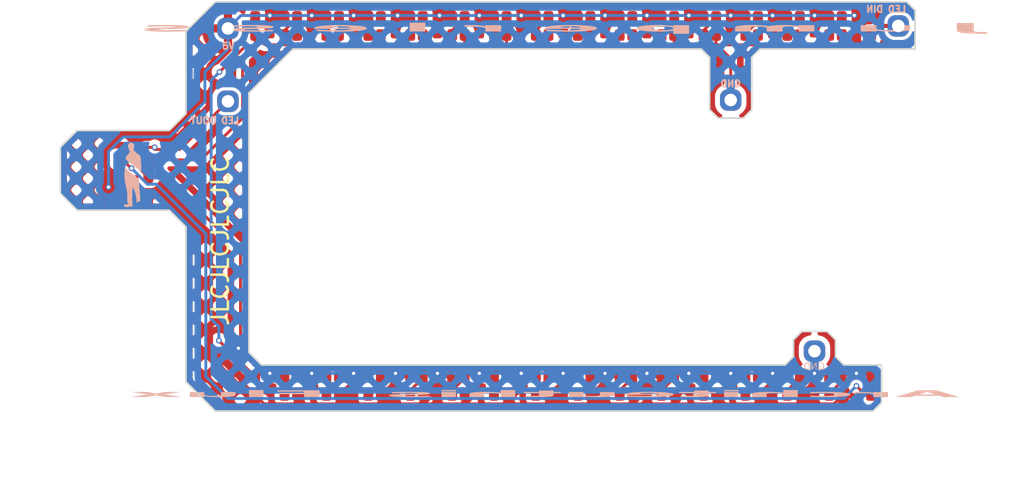
<source format=kicad_pcb>
(kicad_pcb (version 20221018) (generator pcbnew)
  (layers (0 "F.Cu" signal) (31 "B.Cu" signal) (34 "B.Paste" user) (35 "F.Paste" user) (36 "B.SilkS" user "B.Silkscreen") (37 "F.SilkS" user "F.Silkscreen") (38 "B.Mask" user) (39 "F.Mask" user) (44 "Edge.Cuts" user))
  (net 0 "")
  (net 1 "Net-(D92-DOUT)")
  (net 2 "Net-(D100-VSS)")
  (net 3 "Net-(D92-DIN)")
  (net 4 "Net-(D100-VDD)")
  (net 5 "Net-(D93-DOUT)")
  (net 6 "Net-(D94-DOUT)")
  (net 7 "Net-(D95-DOUT)")
  (net 8 "Net-(D96-DOUT)")
  (net 9 "Net-(D97-DOUT)")
  (net 10 "Net-(D98-DOUT)")
  (net 11 "Net-(D100-DIN)")
  (net 12 "Net-(D100-DOUT)")
  (net 13 "Net-(D101-DOUT)")
  (net 14 "Net-(D102-DOUT)")
  (net 15 "Net-(D103-DOUT)")
  (net 16 "Net-(D104-DOUT)")
  (net 17 "Net-(D105-DOUT)")
  (net 18 "Net-(D106-DOUT)")
  (net 19 "Net-(D107-DOUT)")
  (net 20 "Net-(D108-DOUT)")
  (net 21 "Net-(D109-DOUT)")
  (net 22 "Net-(D110-DOUT)")
  (net 23 "Net-(D111-DOUT)")
  (net 24 "Net-(D112-DOUT)")
  (net 25 "Net-(D113-DOUT)")
  (net 26 "Net-(D114-DOUT)")
  (net 27 "Net-(D115-DOUT)")
  (net 28 "Net-(D116-DOUT)")
  (net 29 "Net-(D117-DOUT)")
  (net 30 "Net-(D118-DOUT)")
  (net 31 "Net-(D119-DOUT)")
  (net 32 "Net-(D120-DOUT)")
  (net 33 "Net-(D121-DOUT)")
  (net 34 "Net-(D122-DOUT)")
  (footprint "JumperlessFootprints:ws2812c-2020-noSolk" (layer "F.Cu") (at 120.523 85.344 90)
    (fp_text reference "D116" hide)
    (fp_text value "WS2812B" hide)
  )
  (footprint "JumperlessFootprints:ws2812c-2020-noSolk" (layer "F.Cu") (at 128.143 85.344 90)
    (fp_text reference "D119" hide)
    (fp_text value "WS2812B" hide)
  )
  (footprint "JumperlessFootprints:PINHEADER-1x1_vertical" (layer "F.Cu") (at 125.603 67.9958)
    (fp_text reference "J10" hide)
    (fp_text value "GND")
  )
  (footprint "JumperlessFootprints:PINHEADER-1x1_vertical" (layer "F.Cu") (at 95.123 68.072)
    (fp_text reference "TP19" hide)
    (fp_text value "LED DOUT")
  )
  (footprint "JumperlessFootprints:ws2812c-2020-noSolk" (layer "F.Cu") (at 117.983 63.5 -90)
    (fp_text reference "D98" hide)
    (fp_text value "WS2812B" hide)
  )
  (footprint "JumperlessFootprints:ws2812c-2020-noSolk" (layer "F.Cu") (at 97.663 63.5 -90)
    (fp_text reference "D106" hide)
    (fp_text value "WS2812B" hide)
  )
  (footprint "JumperlessFootprints:ws2812c-2020-noSolk" (layer "F.Cu") (at 115.443 63.5 -90)
    (fp_text reference "D99" hide)
    (fp_text value "WS2812B" hide)
  )
  (footprint "JumperlessFootprints:ws2812c-2020-noSolk" (layer "F.Cu") (at 125.603 63.5 -90)
    (fp_text reference "D95" hide)
    (fp_text value "WS2812B" hide)
  )
  (footprint "JumperlessFootprints:ws2812c-2020-noSolk" (layer "F.Cu") (at 100.203 85.344 90)
    (fp_text reference "D108" hide)
    (fp_text value "WS2812B" hide)
  )
  (footprint "JumperlessFootprints:ws2812c-2020-noSolk" (layer "F.Cu") (at 102.743 85.344 90)
    (fp_text reference "D109" hide)
    (fp_text value "WS2812B" hide)
  )
  (footprint "JumperlessFootprints:ws2812c-2020-noSolk" (layer "F.Cu") (at 125.603 85.344 90)
    (fp_text reference "D118" hide)
    (fp_text value "WS2812B" hide)
  )
  (footprint "JumperlessFootprints:ws2812c-2020-noSolk" (layer "F.Cu") (at 117.983 85.344 90)
    (fp_text reference "D115" hide)
    (fp_text value "WS2812B" hide)
  )
  (footprint "JumperlessFootprints:ws2812c-2020-noSolk" (layer "F.Cu") (at 110.363 85.344 90)
    (fp_text reference "D112" hide)
    (fp_text value "WS2812B" hide)
  )
  (footprint "JumperlessFootprints:ws2812c-2020-noSolk" (layer "F.Cu") (at 105.283 85.344 90)
    (fp_text reference "D110" hide)
    (fp_text value "WS2812B" hide)
  )
  (footprint "JumperlessFootprints:ws2812c-2020-noSolk" (layer "F.Cu") (at 110.363 63.5 -90)
    (fp_text reference "D101" hide)
    (fp_text value "WS2812B" hide)
  )
  (footprint "JumperlessFootprints:ws2812c-2020-noSolk" (layer "F.Cu") (at 128.143 63.5 -90)
    (fp_text reference "D94" hide)
    (fp_text value "WS2812B" hide)
  )
  (footprint "JumperlessFootprints:ws2812c-2020-noSolk" (layer "F.Cu") (at 123.063 63.5 -90)
    (fp_text reference "D96" hide)
    (fp_text value "WS2812B" hide)
  )
  (footprint "JumperlessFootprints:ws2812c-2020-noSolk" (layer "F.Cu") (at 107.823 85.344 90)
    (fp_text reference "D111" hide)
    (fp_text value "WS2812B" hide)
  )
  (footprint "JumperlessFootprints:ws2812c-2020-noSolk" (layer "F.Cu") (at 123.063 85.344 90)
    (fp_text reference "D117" hide)
    (fp_text value "WS2812B" hide)
  )
  (footprint "JumperlessFootprints:ws2812c-2020-noSolk" (layer "F.Cu") (at 100.203 63.5 -90)
    (fp_text reference "D105" hide)
    (fp_text value "WS2812B" hide)
  )
  (footprint "JumperlessFootprints:PINHEADER-1x1_vertical" (layer "F.Cu") (at 135.763 63.5)
    (fp_text reference "TP18" hide)
    (fp_text value "LED DIN")
  )
  (footprint "JumperlessFootprints:ws2812c-2020-noSolk" (layer "F.Cu") (at 130.683 63.5 -90)
    (fp_text reference "D93" hide)
    (fp_text value "WS2812B" hide)
  )
  (footprint "JumperlessFootprints:ws2812c-2020-noSolk" (layer "F.Cu") (at 115.443 85.344 90)
    (fp_text reference "D114" hide)
    (fp_text value "WS2812B" hide)
  )
  (footprint "JumperlessFootprints:PINHEADER-1x1_vertical" (layer "F.Cu") (at 95.123 63.6524)
    (fp_text reference "J8" hide)
    (fp_text value "5V")
  )
  (footprint "JumperlessFootprints:ws2812c-2020-noSolk" (layer "F.Cu") (at 89.408 72.136 90)
    (fp_text reference "D122" hide)
    (fp_text value "WS2812B")
  )
  (footprint "JumperlessFootprints:ws2812c-2020-noSolk" (layer "F.Cu") (at 97.663 85.344 90)
    (fp_text reference "D107" hide)
    (fp_text value "WS2812B" hide)
  )
  (footprint "JumperlessFootprints:ws2812c-2020-noSolk" (layer "F.Cu") (at 105.283 63.5 -90)
    (fp_text reference "D103" hide)
    (fp_text value "WS2812B" hide)
  )
  (footprint "JumperlessFootprints:ws2812c-2020-noSolk" (layer "F.Cu") (at 120.523 63.5 -90)
    (fp_text reference "D97" hide)
    (fp_text value "WS2812B" hide)
  )
  (footprint "JumperlessFootprints:ws2812c-2020-noSolk" (layer "F.Cu") (at 133.223 63.5 -90)
    (fp_text reference "D92" hide)
    (fp_text value "WS2812B" hide)
  )
  (footprint "JumperlessFootprints:ws2812c-2020-noSolk" (layer "F.Cu") (at 102.743 63.5 -90)
    (fp_text reference "D104" hide)
    (fp_text value "WS2812B" hide)
  )
  (footprint "JumperlessFootprints:ws2812c-2020-noSolk" (layer "F.Cu") (at 130.683 85.344 90)
    (fp_text reference "D120" hide)
    (fp_text value "WS2812B" hide)
  )
  (footprint "JumperlessFootprints:ws2812c-2020-noSolk" (layer "F.Cu") (at 112.903 63.5 -90)
    (fp_text reference "D100" hide)
    (fp_text value "WS2812B" hide)
  )
  (footprint "JumperlessFootprints:ws2812c-2020-noSolk" (layer "F.Cu") (at 112.903 85.344 90)
    (fp_text reference "D113" hide)
    (fp_text value "WS2812B" hide)
  )
  (footprint "JumperlessFootprints:PINHEADER-1x1_vertical" (layer "F.Cu") (at 130.683 83.2358)
    (fp_text reference "J9" hide)
    (fp_text value "GND" hide)
  )
  (footprint "JumperlessFootprints:ws2812c-2020-noSolk" (layer "F.Cu") (at 107.823 63.5 -90)
    (fp_text reference "D102" hide)
    (fp_text value "WS2812B" hide)
  )
  (footprint "JumperlessFootprints:ws2812c-2020-noSolk" (layer "F.Cu") (at 133.223 85.344 90)
    (fp_text reference "D121" hide)
    (fp_text value "WS2812B" hide)
  )
  (gr_poly (pts (xy 88.873698 72.115433) (xy 88.871908 72.169139) (xy 88.870724 72.196586) (xy 88.868798 72.231616) (xy 88.866399 72.269724) (xy 88.863797 72.306408) (xy 88.857465 72.389969) (xy 88.846792 72.41061) (xy 88.836119 72.431252) (xy 88.843425 72.444308) (xy 88.850731 72.457365) (xy 88.842452 72.480262) (xy 88.834172 72.50316) (xy 88.842984 72.518985) (xy 88.851796 72.53481) (xy 88.853998 72.60067) (xy 88.854801 72.630093) (xy 88.855365 72.66152) (xy 88.855633 72.691187) (xy 88.855546 72.715333) (xy 88.855624 72.726121) (xy 88.856114 72.73809) (xy 88.856976 72.75084) (xy 88.858168 72.763975) (xy 88.85965 72.777095) (xy 88.861382 72.789803) (xy 88.863321 72.8017) (xy 88.865429 72.812389) (xy 88.867623 72.82279) (xy 88.869815 72.833861) (xy 88.873954 72.856651) (xy 88.87738 72.878039) (xy 88.878681 72.887358) (xy 88.879628 72.895306) (xy 88.883986 72.929153) (xy 88.890889 72.972966) (xy 88.9 73.025) (xy 88.910983 73.083509) (xy 88.923499 73.146748) (xy 88.937213 73.21297) (xy 88.951788 73.280429) (xy 88.966885 73.34738) (xy 88.978777 73.400191) (xy 88.990129 73.452811) (xy 88.999655 73.499148) (xy 89.00607 73.533106) (xy 89.016811 73.595499) (xy 89.02149 73.872803) (xy 89.026169 74.150107) (xy 89.045661 74.198636) (xy 89.049649 74.208845) (xy 89.053506 74.219258) (xy 89.05714 74.229584) (xy 89.060455 74.239532) (xy 89.063357 74.24881) (xy 89.065754 74.257127) (xy 89.067549 74.264191) (xy 89.068649 74.26971) (xy 89.072145 74.292257) (xy 89.052319 74.300932) (xy 89.047946 74.302938) (xy 89.043113 74.30532) (xy 89.037979 74.307989) (xy 89.032704 74.310857) (xy 89.027447 74.313834) (xy 89.022369 74.316833) (xy 89.017629 74.319764) (xy 89.013386 74.322539) (xy 88.994279 74.335472) (xy 88.866111 74.335472) (xy 88.847545 74.348653) (xy 88.828979 74.361836) (xy 88.82134 74.384985) (xy 88.813701 74.408134) (xy 88.82012 74.425015) (xy 88.820822 74.426774) (xy 88.8216 74.428559) (xy 88.822446 74.430359) (xy 88.823352 74.432161) (xy 88.824309 74.433953) (xy 88.82531 74.435722) (xy 88.826346 74.437455) (xy 88.827409 74.43914) (xy 88.828492 74.440765) (xy 88.829585 74.442317) (xy 88.830682 74.443784) (xy 88.831773 74.445153) (xy 88.832851 74.446411) (xy 88.833908 74.447546) (xy 88.834935 74.448546) (xy 88.835925 74.449398) (xy 88.839854 74.451991) (xy 88.845168 74.454644) (xy 88.85174 74.457332) (xy 88.859445 74.460027) (xy 88.868157 74.462703) (xy 88.877749 74.465333) (xy 88.888095 74.467889) (xy 88.899069 74.470346) (xy 88.910546 74.472675) (xy 88.9224 74.474851) (xy 88.934503 74.476846) (xy 88.946731 74.478634) (xy 88.958957 74.480187) (xy 88.971055 74.481479) (xy 88.982899 74.482483) (xy 88.994363 74.483172) (xy 89.05329 74.485924) (xy 89.084486 74.475557) (xy 89.084434 74.4755) (xy 89.11563 74.465133) (xy 89.215 74.46276) (xy 89.314373 74.460386) (xy 89.324999 74.449761) (xy 89.335627 74.439133) (xy 89.336556 74.400341) (xy 89.337485 74.361548) (xy 89.349582 74.361548) (xy 89.342486 74.352883) (xy 89.341508 74.35151) (xy 89.340555 74.349815) (xy 89.33873 74.345485) (xy 89.337016 74.339944) (xy 89.335417 74.333242) (xy 89.333938 74.325429) (xy 89.332583 74.316553) (xy 89.331358 74.306666) (xy 89.330265 74.295816) (xy 89.329311 74.284054) (xy 89.328498 74.271429) (xy 89.327833 74.257991) (xy 89.327319 74.24379) (xy 89.326961 74.228875) (xy 89.326763 74.213297) (xy 89.32673 74.197105) (xy 89.326867 74.180349) (xy 89.327933 74.099671) (xy 89.317774 74.060777) (xy 89.307616 74.021885) (xy 89.32132 73.933477) (xy 89.335021 73.84507) (xy 89.331614 73.644282) (xy 89.328208 73.443495) (xy 89.334304 73.43211) (xy 89.334962 73.430702) (xy 89.335679 73.428847) (xy 89.336449 73.426575) (xy 89.337264 73.423917) (xy 89.339003 73.417562) (xy 89.340838 73.410027) (xy 89.342714 73.401552) (xy 89.344572 73.392382) (xy 89.346356 73.382759) (xy 89.34801 73.372925) (xy 89.349681 73.363182) (xy 89.351516 73.353819) (xy 89.353454 73.34506) (xy 89.355435 73.337131) (xy 89.357401 73.330255) (xy 89.35929 73.324657) (xy 89.360187 73.322407) (xy 89.361043 73.320562) (xy 89.36185 73.319148) (xy 89.362601 73.318193) (xy 89.369576 73.311263) (xy 89.377811 73.32498) (xy 89.386165 73.340446) (xy 89.396912 73.362691) (xy 89.40938 73.390142) (xy 89.422899 73.421226) (xy 89.436796 73.454371) (xy 89.450401 73.488003) (xy 89.463041 73.52055) (xy 89.474045 73.550438) (xy 89.488007 73.59043) (xy 89.499735 73.625936) (xy 89.509747 73.658996) (xy 89.518556 73.691647) (xy 89.526679 73.725929) (xy 89.534632 73.763879) (xy 89.54293 73.807536) (xy 89.552089 73.858939) (xy 89.557751 73.889868) (xy 89.56512 73.92796) (xy 89.573242 73.968378) (xy 89.581165 74.006287) (xy 89.599353 74.091243) (xy 89.588022 74.120906) (xy 89.586868 74.124097) (xy 89.585746 74.127532) (xy 89.584663 74.131178) (xy 89.583623 74.135004) (xy 89.581699 74.143065) (xy 89.58002 74.151461) (xy 89.578633 74.159935) (xy 89.577585 74.168231) (xy 89.577202 74.172233) (xy 89.576922 74.176094) (xy 89.576749 74.179783) (xy 89.57669 74.183268) (xy 89.57669 74.215968) (xy 89.589588 74.215968) (xy 89.591029 74.215882) (xy 89.592679 74.215629) (xy 89.594518 74.215218) (xy 89.596528 74.214657) (xy 89.598689 74.213955) (xy 89.600982 74.21312) (xy 89.603389 74.212161) (xy 89.605889 74.211087) (xy 89.608464 74.209905) (xy 89.611095 74.208625) (xy 89.613762 74.207255) (xy 89.616446 74.205803) (xy 89.619128 74.204279) (xy 89.62179 74.202689) (xy 89.624411 74.201044) (xy 89.626973 74.199352) (xy 89.629577 74.197635) (xy 89.632322 74.195919) (xy 89.638143 74.192534) (xy 89.64425 74.189284) (xy 89.650455 74.186256) (xy 89.656571 74.183537) (xy 89.659538 74.182321) (xy 89.662412 74.181215) (xy 89.665172 74.18023) (xy 89.667792 74.179376) (xy 89.67025 74.178666) (xy 89.672523 74.178109) (xy 89.674709 74.177589) (xy 89.676911 74.176991) (xy 89.679115 74.17632) (xy 89.681307 74.175584) (xy 89.68347 74.17479) (xy 89.685592 74.173945) (xy 89.687657 74.173056) (xy 89.68965 74.172131) (xy 89.691556 74.171176) (xy 89.693362 74.170198) (xy 89.695052 74.169204) (xy 89.696611 74.168203) (xy 89.698025 74.1672) (xy 89.699279 74.166203) (xy 89.700358 74.165219) (xy 89.701248 74.164255) (xy 89.701672 74.163776) (xy 89.702152 74.163292) (xy 89.703273 74.16231) (xy 89.704595 74.161317) (xy 89.706102 74.16032) (xy 89.707777 74.159325) (xy 89.709605 74.15834) (xy 89.711569 74.157371) (xy 89.713654 74.156426) (xy 89.715843 74.155512) (xy 89.718119 74.154635) (xy 89.720468 74.153803) (xy 89.722872 74.153022) (xy 89.725315 74.152301) (xy 89.727782 74.151645) (xy 89.730257 74.151061) (xy 89.732722 74.150558) (xy 89.735296 74.150009) (xy 89.738085 74.149287) (xy 89.741064 74.148402) (xy 89.744205 74.147367) (xy 89.747482 74.146194) (xy 89.750868 74.144895) (xy 89.754337 74.143481) (xy 89.757861 74.141964) (xy 89.764969 74.138669) (xy 89.771979 74.135106) (xy 89.77538 74.133254) (xy 89.778677 74.13137) (xy 89.781842 74.129466) (xy 89.784849 74.127554) (xy 89.813162 74.109018) (xy 89.808627 74.091435) (xy 89.808155 74.088996) (xy 89.807671 74.085356) (xy 89.806679 74.074761) (xy 89.805681 74.060234) (xy 89.804706 74.04236) (xy 89.803783 74.021722) (xy 89.802943 73.998904) (xy 89.802213 73.97449) (xy 89.801623 73.949064) (xy 89.800055 73.893227) (xy 89.797629 73.833441) (xy 89.794675 73.776873) (xy 89.79152 73.730687) (xy 89.77725 73.550439) (xy 89.774118 73.513783) (xy 89.7705 73.478037) (xy 89.766844 73.447295) (xy 89.765142 73.43508) (xy 89.763599 73.425652) (xy 89.762068 73.415729) (xy 89.760402 73.402095) (xy 89.758656 73.385361) (xy 89.756881 73.36614) (xy 89.755133 73.345042) (xy 89.753464 73.322679) (xy 89.751927 73.299661) (xy 89.750577 73.276601) (xy 89.747574 73.229157) (xy 89.743835 73.181972) (xy 89.739837 73.140506) (xy 89.73789 73.123624) (xy 89.736058 73.110219) (xy 89.727547 73.054758) (xy 89.726653 72.928566) (xy 89.725758 72.802374) (xy 89.306577 72.452055) (xy 88.887396 72.101735)) (stroke (width 0.006932)) (fill solid) (layer "B.SilkS"))
  (gr_poly (pts (xy 89.25068 70.584291) (xy 89.243562 70.584901) (xy 89.235977 70.58587) (xy 89.227831 70.587187) (xy 89.219026 70.588841) (xy 89.209466 70.59082) (xy 89.17437 70.598346) (xy 89.135188 70.634148) (xy 89.096006 70.669951) (xy 89.080508 70.704986) (xy 89.065009 70.740022) (xy 89.068311 70.788177) (xy 89.071612 70.836333) (xy 89.088428 70.875329) (xy 89.091806 70.883518) (xy 89.094958 70.891845) (xy 89.097813 70.900077) (xy 89.100304 70.907983) (xy 89.102362 70.915334) (xy 89.103917 70.921896) (xy 89.104484 70.924809) (xy 89.1049 70.927438) (xy 89.105156 70.929755) (xy 89.105243 70.931731) (xy 89.105297 70.933607) (xy 89.105455 70.935632) (xy 89.105711 70.937788) (xy 89.106061 70.940055) (xy 89.106498 70.942415) (xy 89.107019 70.944847) (xy 89.107616 70.947334) (xy 89.108286 70.949856) (xy 89.109022 70.952393) (xy 89.10982 70.954927) (xy 89.110674 70.957439) (xy 89.111579 70.959909) (xy 89.11253 70.962319) (xy 89.11352 70.964649) (xy 89.114546 70.96688) (xy 89.115601 70.968993) (xy 89.116657 70.971107) (xy 89.117683 70.973343) (xy 89.118674 70.97568) (xy 89.119626 70.9781) (xy 89.120533 70.980583) (xy 89.121389 70.98311) (xy 89.122189 70.985662) (xy 89.122928 70.988219) (xy 89.123601 70.990762) (xy 89.124202 70.993272) (xy 89.124725 70.995729) (xy 89.125166 70.998115) (xy 89.125519 71.000411) (xy 89.125779 71.002595) (xy 89.125941 71.004651) (xy 89.125998 71.006558) (xy 89.1261 71.008521) (xy 89.126399 71.010743) (xy 89.126884 71.013199) (xy 89.127546 71.015864) (xy 89.128374 71.018713) (xy 89.129359 71.021721) (xy 89.130489 71.024864) (xy 89.131756 71.028116) (xy 89.133149 71.031452) (xy 89.134657 71.034849) (xy 89.136271 71.03828) (xy 89.13798 71.04172) (xy 89.139775 71.045146) (xy 89.141645 71.048532) (xy 89.14358 71.051854) (xy 89.145569 71.055085) (xy 89.149645 71.061701) (xy 89.153743 71.068693) (xy 89.157753 71.075851) (xy 89.161563 71.082962) (xy 89.165063 71.089814) (xy 89.168141 71.096196) (xy 89.170687 71.101897) (xy 89.172591 71.106704) (xy 89.175876 71.115708) (xy 89.179285 71.12485) (xy 89.182413 71.133059) (xy 89.184859 71.13927) (xy 89.189638 71.151037) (xy 89.145396 71.198198) (xy 89.136181 71.208351) (xy 89.126949 71.219137) (xy 89.117948 71.230227) (xy 89.109425 71.24129) (xy 89.101627 71.251996) (xy 89.094803 71.262015) (xy 89.091833 71.266663) (xy 89.089199 71.271016) (xy 89.086932 71.275032) (xy 89.085063 71.27867) (xy 89.068972 71.311983) (xy 88.975094 71.373833) (xy 88.963348 71.406654) (xy 88.95612 71.427418) (xy 88.949874 71.446634) (xy 88.944531 71.464626) (xy 88.94001 71.48172) (xy 88.936231 71.498241) (xy 88.933114 71.514514) (xy 88.930578 71.530863) (xy 88.928543 71.547614) (xy 88.92383 71.591993) (xy 89.106393 71.738215) (xy 89.557704 72.100443) (xy 89.662493 72.184314) (xy 89.749141 72.252998) (xy 89.808646 72.299405) (xy 89.825408 72.312041) (xy 89.832009 72.31645) (xy 89.83231 72.3164) (xy 89.832638 72.316252) (xy 89.832993 72.316008) (xy 89.833372 72.315671) (xy 89.833775 72.315243) (xy 89.834202 72.314727) (xy 89.835118 72.313439) (xy 89.836111 72.311827) (xy 89.837173 72.30991) (xy 89.838295 72.307708) (xy 89.839467 72.305241) (xy 89.840681 72.302528) (xy 89.841928 72.299588) (xy 89.843198 72.296442) (xy 89.844483 72.293108) (xy 89.845774 72.289607) (xy 89.847062 72.285957) (xy 89.848337 72.282179) (xy 89.849591 72.278292) (xy 89.849589 72.278289) (xy 89.849587 72.278286) (xy 89.849583 72.27828) (xy 89.861612 72.240122) (xy 89.861932 72.182957) (xy 89.862253 72.125791) (xy 89.869836 72.116539) (xy 89.877423 72.107287) (xy 89.873502 71.97355) (xy 89.865945 71.959548) (xy 89.865162 71.957905) (xy 89.864376 71.955886) (xy 89.86359 71.953517) (xy 89.862812 71.950828) (xy 89.862044 71.947848) (xy 89.861294 71.944604) (xy 89.860566 71.941125) (xy 89.859864 71.937439) (xy 89.858564 71.929564) (xy 89.857434 71.921205) (xy 89.856516 71.912591) (xy 89.85615 71.908259) (xy 89.855852 71.903949) (xy 89.849961 71.810359) (xy 89.848144 71.779896) (xy 89.846852 71.752686) (xy 89.846086 71.728356) (xy 89.845845 71.706534) (xy 89.846131 71.686848) (xy 89.846943 71.668926) (xy 89.848281 71.652394) (xy 89.850147 71.636881) (xy 89.85554 71.598589) (xy 89.843676 71.564089) (xy 89.841298 71.55662) (xy 89.839088 71.548608) (xy 89.837095 71.540306) (xy 89.835365 71.531962) (xy 89.833947 71.523826) (xy 89.832889 71.516149) (xy 89.832237 71.509179) (xy 89.832079 71.506038) (xy 89.83204 71.503167) (xy 89.832269 71.476744) (xy 89.818342 71.444254) (xy 89.808877 71.422339) (xy 89.800856 71.404197) (xy 89.793975 71.389229) (xy 89.787929 71.376834) (xy 89.782416 71.366413) (xy 89.777131 71.357367) (xy 89.771771 71.349095) (xy 89.766031 71.340998) (xy 89.749717 71.318789) (xy 89.700681 71.293023) (xy 89.651645 71.267257) (xy 89.64049 71.249375) (xy 89.635948 71.242157) (xy 89.631823 71.235726) (xy 89.628571 71.230782) (xy 89.627414 71.229086) (xy 89.626645 71.228025) (xy 89.626469 71.227849) (xy 89.626221 71.227675) (xy 89.625902 71.227503) (xy 89.625515 71.227333) (xy 89.624543 71.227003) (xy 89.623321 71.226686) (xy 89.621866 71.226383) (xy 89.620194 71.226097) (xy 89.618321 71.22583) (xy 89.616263 71.225582) (xy 89.614036 71.225357) (xy 89.611656 71.225156) (xy 89.60914 71.224981) (xy 89.606505 71.224834) (xy 89.603765 71.224716) (xy 89.600937 71.22463) (xy 89.598038 71.224576) (xy 89.595083 71.224558) (xy 89.566215 71.224558) (xy 89.563911 71.207226) (xy 89.563577 71.205353) (xy 89.56306 71.20332) (xy 89.562371 71.201148) (xy 89.561522 71.198856) (xy 89.560521 71.196463) (xy 89.559382 71.193989) (xy 89.558113 71.191454) (xy 89.556727 71.188876) (xy 89.555234 71.186277) (xy 89.553645 71.183674) (xy 89.551971 71.181089) (xy 89.550223 71.17854) (xy 89.548411 71.176046) (xy 89.546547 71.173628) (xy 89.544641 71.171305) (xy 89.542704 71.169097) (xy 89.538508 71.164373) (xy 89.533821 71.15891) (xy 89.528801 71.152903) (xy 89.523605 71.146549) (xy 89.518392 71.140041) (xy 89.513318 71.133574) (xy 89.508542 71.127344) (xy 89.504221 71.121546) (xy 89.484636 71.094793) (xy 89.459885 71.09881) (xy 89.435134 71.102827) (xy 89.422687 71.091559) (xy 89.410235 71.080292) (xy 89.410235 70.972377) (xy 89.421417 70.925152) (xy 89.432599 70.877927) (xy 89.434834 70.802079) (xy 89.43707 70.72623) (xy 89.427941 70.705022) (xy 89.42688 70.702711) (xy 89.425592 70.70017) (xy 89.424095 70.697425) (xy 89.422406 70.6945) (xy 89.418525 70.688217) (xy 89.414088 70.681528) (xy 89.409237 70.674638) (xy 89.404112 70.667753) (xy 89.398854 70.66108) (xy 89.396219 70.657887) (xy 89.393603 70.654824) (xy 89.368395 70.625835) (xy 89.325828 70.604565) (xy 89.317468 70.600469) (xy 89.309703 70.596858) (xy 89.302436 70.59372) (xy 89.295571 70.591044) (xy 89.289013 70.588819) (xy 89.282663 70.587032) (xy 89.276427 70.585674) (xy 89.270207 70.584732) (xy 89.263906 70.584195) (xy 89.25743 70.584052)) (stroke (width 0.006932)) (fill solid) (layer "B.SilkS"))
  (gr_line (start 85.979 74.676) (end 91.567 74.676) (stroke (width 0.1)) (layer "Edge.Cuts"))
  (gr_line (start 94.361 62.042137) (end 92.583 63.820137) (stroke (width 0.1)) (layer "Edge.Cuts"))
  (gr_line (start 96.393 67.564) (end 96.393 68.011137) (stroke (width 0.1)) (layer "Edge.Cuts"))
  (gr_line (start 131.953 82.55) (end 131.445 82.042) (stroke (width 0.1)) (layer "Edge.Cuts"))
  (gr_line (start 92.583 85.09) (end 92.583 75.692) (stroke (width 0.1)) (layer "Edge.Cuts"))
  (gr_line (start 99.06 64.897) (end 96.393 67.564) (stroke (width 0.1)) (layer "Edge.Cuts"))
  (gr_line (start 124.333 68.58) (end 124.841 69.088) (stroke (width 0.1)) (layer "Edge.Cuts"))
  (gr_line (start 84.963 73.66) (end 85.979 74.676) (stroke (width 0.1)) (layer "Edge.Cuts"))
  (gr_line (start 84.963 70.866) (end 84.963 73.66) (stroke (width 0.1)) (layer "Edge.Cuts"))
  (gr_line (start 92.583 68.834) (end 91.567 69.85) (stroke (width 0.1)) (layer "Edge.Cuts"))
  (gr_line (start 124.333 65.405) (end 123.825 64.897) (stroke (width 0.1)) (layer "Edge.Cuts"))
  (gr_line (start 129.413 83.566) (end 129.413 82.55) (stroke (width 0.1)) (layer "Edge.Cuts"))
  (gr_line (start 94.361 86.868) (end 92.583 85.09) (stroke (width 0.1)) (layer "Edge.Cuts"))
  (gr_line (start 136.271 62.042137) (end 136.779 62.550137) (stroke (width 0.1)) (layer "Edge.Cuts"))
  (gr_line (start 134.747 86.36) (end 134.747 84.074) (stroke (width 0.1)) (layer "Edge.Cuts"))
  (gr_line (start 91.567 74.676) (end 92.583 75.692) (stroke (width 0.1)) (layer "Edge.Cuts"))
  (gr_line (start 126.873 65.405) (end 126.873 68.58) (stroke (width 0.1)) (layer "Edge.Cuts"))
  (gr_line (start 92.583 63.820137) (end 92.583 66.548) (stroke (width 0.1)) (layer "Edge.Cuts"))
  (gr_line (start 94.361 86.868) (end 134.239 86.868) (stroke (width 0.1)) (layer "Edge.Cuts"))
  (gr_line (start 134.747 86.36) (end 134.239 86.868) (stroke (width 0.1)) (layer "Edge.Cuts"))
  (gr_line (start 96.393 83.312) (end 97.155 84.074) (stroke (width 0.1)) (layer "Edge.Cuts"))
  (gr_line (start 124.333 68.58) (end 124.333 65.405) (stroke (width 0.1)) (layer "Edge.Cuts"))
  (gr_line (start 92.583 66.548) (end 92.583 68.834) (stroke (width 0.1)) (layer "Edge.Cuts"))
  (gr_line (start 129.413 83.566) (end 128.905 84.074) (stroke (width 0.1)) (layer "Edge.Cuts"))
  (gr_line (start 131.953 82.55) (end 131.953 83.566) (stroke (width 0.1)) (layer "Edge.Cuts"))
  (gr_line (start 132.461 84.074) (end 134.747 84.074) (stroke (width 0.1)) (layer "Edge.Cuts"))
  (gr_line (start 126.873 65.405) (end 127.381 64.897) (stroke (width 0.1)) (layer "Edge.Cuts"))
  (gr_line (start 129.921 82.042) (end 131.445 82.042) (stroke (width 0.1)) (layer "Edge.Cuts"))
  (gr_line (start 131.953 83.566) (end 132.461 84.074) (stroke (width 0.1)) (layer "Edge.Cuts"))
  (gr_line (start 85.979 69.85) (end 84.963 70.866) (stroke (width 0.1)) (layer "Edge.Cuts"))
  (gr_line (start 129.413 82.55) (end 129.921 82.042) (stroke (width 0.1)) (layer "Edge.Cuts"))
  (gr_line (start 99.06 64.897) (end 123.825 64.897) (stroke (width 0.1)) (layer "Edge.Cuts"))
  (gr_line (start 128.905 84.074) (end 97.155 84.074) (stroke (width 0.1)) (layer "Edge.Cuts"))
  (gr_line (start 96.393 83.312) (end 96.393 68.011137) (stroke (width 0.1)) (layer "Edge.Cuts"))
  (gr_line (start 126.365 69.088) (end 124.841 69.088) (stroke (width 0.1)) (layer "Edge.Cuts"))
  (gr_line (start 126.873 68.58) (end 126.365 69.088) (stroke (width 0.1)) (layer "Edge.Cuts"))
  (gr_line (start 136.779 62.550137) (end 136.779 64.897) (stroke (width 0.1)) (layer "Edge.Cuts"))
  (gr_line (start 91.567 69.85) (end 85.979 69.85) (stroke (width 0.1)) (layer "Edge.Cuts"))
  (gr_line (start 136.271 62.042137) (end 94.361 62.042137) (stroke (width 0.1)) (layer "Edge.Cuts"))
  (gr_line (start 127.381 64.897) (end 136.779 64.897) (stroke (width 0.1)) (layer "Edge.Cuts"))
  (gr_text "J u m p e r l e s s" (at 115.316 63.627) (layer "B.SilkS") (effects (font (size 0.5 3.9) (thickness 0.1) bold) (justify mirror)))
  (gr_text "GND" (at 130.6576 84.1756) (layer "B.SilkS") (effects (font (size 0.4 0.4) (thickness 0.1)) (justify mirror)))
  (gr_text "Architeuthis  Flux" (at 114.3 85.852) (layer "B.SilkS") (effects (font (size 0.4 3.6) (thickness 0.06) bold) (justify mirror)))
  (gr_text "JLCJLCJLCJLC" (at 95.25 81.788 90) (layer "F.SilkS") (effects (font (size 1 1)) (justify left bottom)))
  (segment (start 132.334 62.95) (end 132.334 63.222703) (width 0.175) (layer "F.Cu") (net 1))
  (segment (start 132.334 63.222703) (end 131.572 63.984703) (width 0.175) (layer "F.Cu") (net 1))
  (segment (start 131.572 63.984703) (end 131.572 64.05) (width 0.175) (layer "F.Cu") (net 1))
  (segment (start 110.575 84.794) (end 110.363 84.582) (width 0.175) (layer "F.Cu") (net 2))
  (segment (start 121.412 84.794) (end 120.735 84.794) (width 0.175) (layer "F.Cu") (net 2))
  (segment (start 124.714 64.5875) (end 124.7695 64.643) (width 0.175) (layer "F.Cu") (net 2))
  (segment (start 132.334 64.643) (end 129.7385 64.643) (width 0.175) (layer "F.Cu") (net 2))
  (segment (start 97.875 84.794) (end 97.663 84.582) (width 0.175) (layer "F.Cu") (net 2))
  (segment (start 96.774 64.643) (end 96.647 64.77) (width 0.175) (layer "F.Cu") (net 2))
  (segment (start 119.634 64.5875) (end 119.6895 64.643) (width 0.175) (layer "F.Cu") (net 2))
  (segment (start 122.2295 64.643) (end 124.6585 64.643) (width 0.175) (layer "F.Cu") (net 2))
  (segment (start 132.334 64.115297) (end 132.334 64.05) (width 0.175) (layer "F.Cu") (net 2))
  (segment (start 100.415 84.794) (end 100.203 84.582) (width 0.175) (layer "F.Cu") (net 2))
  (segment (start 101.804 64.6375) (end 101.854 64.5875) (width 0.175) (layer "F.Cu") (net 2))
  (segment (start 109.4185 64.643) (end 109.474 64.5875) (width 0.175) (layer "F.Cu") (net 2))
  (segment (start 102.955 84.794) (end 102.743 84.582) (width 0.175) (layer "F.Cu") (net 2))
  (segment (start 131.36 84.582) (end 131.572 84.794) (width 0.175) (layer "F.Cu") (net 2))
  (segment (start 125.603 65.4765) (end 124.7695 64.643) (width 0.175) (layer "F.Cu") (net 2))
  (segment (start 112.014 64.05) (end 112.014 64.5875) (width 0.175) (layer "F.Cu") (net 2))
  (segment (start 129.794 64.05) (end 129.794 64.5875) (width 0.175) (layer "F.Cu") (net 2))
  (segment (start 93.472 71.628) (end 90.339 71.628) (width 0.175) (layer "F.Cu") (net 2))
  (segment (start 106.8785 64.643) (end 106.934 64.5875) (width 0.175) (layer "F.Cu") (net 2))
  (segment (start 106.934 64.5875) (end 106.9895 64.643) (width 0.175) (layer "F.Cu") (net 2))
  (segment (start 119.634 64.05) (end 119.634 64.5875) (width 0.175) (layer "F.Cu") (net 2))
  (segment (start 133.9 84.582) (end 134.112 84.794) (width 0.175) (layer "F.Cu") (net 2))
  (segment (start 104.4495 64.643) (end 106.8785 64.643) (width 0.175) (layer "F.Cu") (net 2))
  (segment (start 96.774 64.643) (end 96.0105 65.4065) (width 0.175) (layer "F.Cu") (net 2))
  (segment (start 106.934 64.05) (end 106.934 64.5875) (width 0.175) (layer "F.Cu") (net 2))
  (segment (start 129.7385 64.643) (end 129.794 64.5875) (width 0.175) (layer "F.Cu") (net 2))
  (segment (start 124.714 64.05) (end 124.714 64.5875) (width 0.175) (layer "F.Cu") (net 2))
  (segment (start 118.195 84.794) (end 117.983 84.582) (width 0.175) (layer "F.Cu") (net 2))
  (segment (start 127.1985 64.643) (end 127.254 64.5875) (width 0.175) (layer "F.Cu") (net 2))
  (segment (start 98.552 84.794) (end 97.875 84.794) (width 0.175) (layer "F.Cu") (net 2))
  (segment (start 113.792 84.794) (end 113.115 84.794) (width 0.175) (layer "F.Cu") (net 2))
  (segment (start 103.632 84.794) (end 102.955 84.794) (width 0.175) (layer "F.Cu") (net 2))
  (segment (start 97.3615 64.6375) (end 101.804 64.6375) (width 0.175) (layer "F.Cu") (net 2))
  (segment (start 95.885 83.185) (end 95.758 83.058) (width 0.175) (layer "F.Cu") (net 2))
  (segment (start 130.683 84.582) (end 130.683 83.2358) (width 0.175) (layer "F.Cu") (net 2))
  (segment (start 109.5295 64.643) (end 111.9585 64.643) (width 0.175) (layer "F.Cu") (net 2))
  (segment (start 124.7695 64.643) (end 127.1985 64.643) (width 0.175) (layer "F.Cu") (net 2))
  (segment (start 127.254 64.5875) (end 127.3095 64.643) (width 0.175) (layer "F.Cu") (net 2))
  (segment (start 114.554 64.5875) (end 114.6095 64.643) (width 0.175) (layer "F.Cu") (net 2))
  (segment (start 125.815 84.794) (end 125.603 84.582) (width 0.175) (layer "F.Cu") (net 2))
  (segment (start 129.794 64.5875) (end 131.861797 64.5875) (width 0.175) (layer "F.Cu") (net 2))
  (segment (start 114.6095 64.643) (end 117.0385 64.643) (width 0.175) (layer "F.Cu") (net 2))
  (segment (start 116.332 84.794) (end 115.655 84.794) (width 0.175) (layer "F.Cu") (net 2))
  (segment (start 104.394 64.5875) (end 104.4495 64.643) (width 0.175) (layer "F.Cu") (net 2))
  (segment (start 122.174 64.5875) (end 122.2295 64.643) (width 0.175) (layer "F.Cu") (net 2))
  (segment (start 124.6585 64.643) (end 124.714 64.5875) (width 0.175) (layer "F.Cu") (net 2))
  (segment (start 96.0105 69.0895) (end 93.472 71.628) (width 0.175) (layer "F.Cu") (net 2))
  (segment (start 114.4985 64.643) (end 114.554 64.5875) (width 0.175) (layer "F.Cu") (net 2))
  (segment (start 104.394 64.05) (end 104.394 64.5875) (width 0.175) (layer "F.Cu") (net 2))
  (segment (start 114.554 64.05) (end 114.554 64.5875) (width 0.175) (layer "F.Cu") (net 2))
  (segment (start 130.683 84.582) (end 131.36 84.582) (width 0.175) (layer "F.Cu") (net 2))
  (segment (start 120.735 84.794) (end 120.523 84.582) (width 0.175) (layer "F.Cu") (net 2))
  (segment (start 125.603 67.9958) (end 125.603 65.4765) (width 0.175) (layer "F.Cu") (net 2))
  (segment (start 117.0385 64.643) (end 117.094 64.5875) (width 0.175) (layer "F.Cu") (net 2))
  (segment (start 129.032 84.794) (end 128.355 84.794) (width 0.175) (layer "F.Cu") (net 2))
  (segment (start 117.094 64.5875) (end 117.1495 64.643) (width 0.175) (layer "F.Cu") (net 2))
  (segment (start 126.492 84.794) (end 125.815 84.794) (width 0.175) (layer "F.Cu") (net 2))
  (segment (start 122.174 64.05) (end 122.174 64.5875) (width 0.175) (layer "F.Cu") (net 2))
  (segment (start 117.1495 64.643) (end 119.5785 64.643) (width 0.175) (layer "F.Cu") (net 2))
  (segment (start 109.474 64.5875) (end 109.5295 64.643) (width 0.175) (layer "F.Cu") (net 2))
  (segment (start 127.254 64.05) (end 127.254 64.5875) (width 0.175) (layer "F.Cu") (net 2))
  (segment (start 119.6895 64.643) (end 122.1185 64.643) (width 0.175) (layer "F.Cu") (net 2))
  (segment (start 111.252 84.794) (end 110.575 84.794) (width 0.175) (layer "F.Cu") (net 2))
  (segment (start 113.115 84.794) (end 112.903 84.582) (width 0.175) (layer "F.Cu") (net 2))
  (segment (start 133.223 84.582) (end 133.9 84.582) (width 0.175) (layer "F.Cu") (net 2))
  (segment (start 98.552 84.728703) (end 98.552 84.794) (width 0.175) (layer "F.Cu") (net 2))
  (segment (start 106.9895 64.643) (end 109.4185 64.643) (width 0.175) (layer "F.Cu") (net 2))
  (segment (start 108.035 84.794) (end 107.823 84.582) (width 0.175) (layer "F.Cu") (net 2))
  (segment (start 95.885 77.174) (end 95.885 83.185) (width 0.175) (layer "F.Cu") (net 2))
  (segment (start 123.275 84.794) (end 123.063 84.582) (width 0.175) (layer "F.Cu") (net 2))
  (segment (start 90.297 71.586) (end 95.885 77.174) (width 0.175) (layer "F.Cu") (net 2))
  (segment (start 127.3095 64.643) (end 129.7385 64.643) (width 0.175) (layer "F.Cu") (net 2))
  (segment (start 90.339 71.628) (end 90.297 71.586) (width 0.175) (layer "F.Cu") (net 2))
  (segment (start 105.495 84.794) (end 105.283 84.582) (width 0.175) (layer "F.Cu") (net 2))
  (segment (start 111.9585 64.643) (end 112.014 64.5875) (width 0.175) (layer "F.Cu") (net 2))
  (segment (start 96.774 64.05) (end 97.3615 64.6375) (width 0.175) (layer "F.Cu") (net 2))
  (segment (start 106.172 84.794) (end 105.495 84.794) (width 0.175) (layer "F.Cu") (net 2))
  (segment (start 108.712 84.794) (end 108.035 84.794) (width 0.175) (layer "F.Cu") (net 2))
  (segment (start 96.0105 65.4065) (end 96.0105 69.0895) (width 0.175) (layer "F.Cu") (net 2))
  (segment (start 117.094 64.05) (end 117.094 64.5875) (width 0.175) (layer "F.Cu") (net 2))
  (segment (start 101.854 64.5875) (end 101.9095 64.643) (width 0.175) (layer "F.Cu") (net 2))
  (segment (start 130.556 83.3628) (end 130.683 83.2358) (width 0.175) (layer "F.Cu") (net 2))
  (segment (start 128.355 84.794) (end 128.143 84.582) (width 0.175) (layer "F.Cu") (net 2))
  (segment (start 96.774 64.05) (end 96.774 64.643) (width 0.175) (layer "F.Cu") (net 2))
  (segment (start 119.5785 64.643) (end 119.634 64.5875) (width 0.175) (layer "F.Cu") (net 2))
  (segment (start 122.1185 64.643) (end 122.174 64.5875) (width 0.175) (layer "F.Cu") (net 2))
  (segment (start 112.014 64.5875) (end 112.0695 64.643) (width 0.175) (layer "F.Cu") (net 2))
  (segment (start 112.0695 64.643) (end 114.4985 64.643) (width 0.175) (layer "F.Cu") (net 2))
  (segment (start 104.3385 64.643) (end 104.394 64.5875) (width 0.175) (layer "F.Cu") (net 2))
  (segment (start 132.334 64.05) (end 132.334 64.643) (width 0.175) (layer "F.Cu") (net 2))
  (segment (start 109.474 64.05) (end 109.474 64.5875) (width 0.175) (layer "F.Cu") (net 2))
  (segment (start 115.655 84.794) (end 115.443 84.582) (width 0.175) (layer "F.Cu") (net 2))
  (segment (start 101.9095 64.643) (end 104.3385 64.643) (width 0.175) (layer "F.Cu") (net 2))
  (segment (start 101.092 84.794) (end 100.415 84.794) (width 0.175) (layer "F.Cu") (net 2))
  (segment (start 101.854 64.05) (end 101.854 64.5875) (width 0.175) (layer "F.Cu") (net 2))
  (segment (start 118.872 84.794) (end 118.195 84.794) (width 0.175) (layer "F.Cu") (net 2))
  (segment (start 123.952 84.794) (end 123.275 84.794) (width 0.175) (layer "F.Cu") (net 2))
  (via (at 123.063 84.582) (size 0.35) (drill 0.2) (layers "F.Cu" "B.Cu") (net 2))
  (via (at 107.823 84.582) (size 0.35) (drill 0.2) (layers "F.Cu" "B.Cu") (net 2))
  (via (at 97.663 84.582) (size 0.35) (drill 0.2) (layers "F.Cu" "B.Cu") (net 2))
  (via (at 100.203 84.582) (size 0.35) (drill 0.2) (layers "F.Cu" "B.Cu") (net 2))
  (via (at 128.143 84.582) (size 0.35) (drill 0.2) (layers "F.Cu" "B.Cu") (net 2))
  (via (at 117.983 84.582) (size 0.35) (drill 0.2) (layers "F.Cu" "B.Cu") (net 2))
  (via (at 125.603 84.582) (size 0.35) (drill 0.2) (layers "F.Cu" "B.Cu") (net 2))
  (via (at 102.743 84.582) (size 0.35) (drill 0.2) (layers "F.Cu" "B.Cu") (net 2))
  (via (at 95.758 83.058) (size 0.35) (drill 0.2) (layers "F.Cu" "B.Cu") (net 2))
  (via (at 133.223 84.582) (size 0.35) (drill 0.2) (layers "F.Cu" "B.Cu") (net 2))
  (via (at 112.903 84.582) (size 0.35) (drill 0.2) (layers "F.Cu" "B.Cu") (net 2))
  (via (at 110.363 84.582) (size 0.35) (drill 0.2) (layers "F.Cu" "B.Cu") (net 2))
  (via (at 130.683 84.582) (size 0.35) (drill 0.2) (layers "F.Cu" "B.Cu") (net 2))
  (via (at 115.443 84.582) (size 0.35) (drill 0.2) (layers "F.Cu" "B.Cu") (net 2))
  (via (at 120.523 84.582) (size 0.35) (drill 0.2) (layers "F.Cu" "B.Cu") (net 2))
  (via (at 105.283 84.582) (size 0.35) (drill 0.2) (layers "F.Cu" "B.Cu") (net 2))
  (segment (start 112.903 84.582) (end 115.443 84.582) (width 0.175) (layer "B.Cu") (net 2))
  (segment (start 117.983 84.582) (end 120.523 84.582) (width 0.175) (layer "B.Cu") (net 2))
  (segment (start 110.363 84.582) (end 112.903 84.582) (width 0.175) (layer "B.Cu") (net 2))
  (segment (start 97.282 84.582) (end 97.663 84.582) (width 0.175) (layer "B.Cu") (net 2))
  (segment (start 102.743 84.582) (end 105.283 84.582) (width 0.175) (layer "B.Cu") (net 2))
  (segment (start 107.823 84.582) (end 110.363 84.582) (width 0.175) (layer "B.Cu") (net 2))
  (segment (start 123.063 84.582) (end 125.603 84.582) (width 0.175) (layer "B.Cu") (net 2))
  (segment (start 133.223 84.582) (end 130.683 84.582) (width 0.175) (layer "B.Cu") (net 2))
  (segment (start 97.663 84.582) (end 100.203 84.582) (width 0.175) (layer "B.Cu") (net 2))
  (segment (start 105.283 84.582) (end 107.823 84.582) (width 0.175) (layer "B.Cu") (net 2))
  (segment (start 100.203 84.582) (end 102.743 84.582) (width 0.175) (layer "B.Cu") (net 2))
  (segment (start 125.603 84.582) (end 130.683 84.582) (width 0.175) (layer "B.Cu") (net 2))
  (segment (start 115.443 84.582) (end 117.983 84.582) (width 0.175) (layer "B.Cu") (net 2))
  (segment (start 95.758 83.058) (end 97.282 84.582) (width 0.175) (layer "B.Cu") (net 2))
  (segment (start 120.523 84.582) (end 123.063 84.582) (width 0.175) (layer "B.Cu") (net 2))
  (segment (start 135.763 63.5) (end 134.662 63.5) (width 0.25) (layer "F.Cu") (net 3))
  (segment (start 134.662 63.5) (end 134.112 64.05) (width 0.25) (layer "F.Cu") (net 3))
  (segment (start 94.135 83.255) (end 94.135 76.2534) (width 0.175) (layer "F.Cu") (net 4))
  (segment (start 108.712 62.95) (end 108.035 62.95) (width 0.175) (layer "F.Cu") (net 4))
  (segment (start 96.774 85.894) (end 97.3115 86.4315) (width 0.175) (layer "F.Cu") (net 4))
  (segment (start 115.528 62.95) (end 115.443 62.865) (width 0.175) (layer "F.Cu") (net 4))
  (segment (start 96.774 85.894) (end 94.135 83.255) (width 0.175) (layer "F.Cu") (net 4))
  (segment (start 118.068 62.95) (end 117.983 62.865) (width 0.175) (layer "F.Cu") (net 4))
  (segment (start 132.334 85.959297) (end 132.334 85.894) (width 0.175) (layer "F.Cu") (net 4))
  (segment (start 130.768 62.95) (end 130.683 62.865) (width 0.175) (layer "F.Cu") (net 4))
  (segment (start 133.181 62.95) (end 133.096 62.865) (width 0.175) (layer "F.Cu") (net 4))
  (segment (start 118.872 62.95) (end 118.068 62.95) (width 0.175) (layer "F.Cu") (net 4))
  (segment (start 104.394 85.894) (end 104.394 86.4315) (width 0.175) (layer "F.Cu") (net 4))
  (segment (start 88.265 73.66) (end 87.884 73.279) (width 0.175) (layer "F.Cu") (net 4))
  (segment (start 131.572 62.95) (end 130.768 62.95) (width 0.175) (layer "F.Cu") (net 4))
  (segment (start 106.934 85.894) (end 106.934 86.4315) (width 0.175) (layer "F.Cu") (net 4))
  (segment (start 95.123 63.6524) (end 95.123 63.579249) (width 0.25) (layer "F.Cu") (net 4))
  (segment (start 88.477 72.686) (end 87.884 73.279) (width 0.175) (layer "F.Cu") (net 4))
  (segment (start 126.492 62.95) (end 125.688 62.95) (width 0.175) (layer "F.Cu") (net 4))
  (segment (start 113.792 62.95) (end 112.988 62.95) (width 0.175) (layer "F.Cu") (net 4))
  (segment (start 94.135 76.2534) (end 91.5416 73.66) (width 0.175) (layer "F.Cu") (net 4))
  (segment (start 102.828 62.95) (end 102.743 62.865) (width 0.175) (layer "F.Cu") (net 4))
  (segment (start 129.794 85.894) (end 129.794 86.4315) (width 0.175) (layer "F.Cu") (net 4))
  (segment (start 111.252 62.95) (end 110.448 62.95) (width 0.175) (layer "F.Cu") (net 4))
  (segment (start 110.448 62.95) (end 110.363 62.865) (width 0.175) (layer "F.Cu") (net 4))
  (segment (start 114.554 86.4315) (end 117.094 86.4315) (width 0.175) (layer "F.Cu") (net 4))
  (segment (start 99.314 86.4315) (end 101.854 86.4315) (width 0.175) (layer "F.Cu") (net 4))
  (segment (start 88.519 72.686) (end 88.477 72.686) (width 0.175) (layer "F.Cu") (net 4))
  (segment (start 108.035 62.95) (end 107.95 62.865) (width 0.175) (layer "F.Cu") (net 4))
  (segment (start 97.3115 86.4315) (end 99.314 86.4315) (width 0.175) (layer "F.Cu") (net 4))
  (segment (start 99.314 85.894) (end 99.314 86.4315) (width 0.175) (layer "F.Cu") (net 4))
  (segment (start 114.554 85.894) (end 114.554 86.4315) (width 0.175) (layer "F.Cu") (net 4))
  (segment (start 112.014 86.4315) (end 114.554 86.4315) (width 0.175) (layer "F.Cu") (net 4))
  (segment (start 101.092 62.95) (end 100.288 62.95) (width 0.175) (layer "F.Cu") (net 4))
  (segment (start 119.634 86.4315) (end 122.174 86.4315) (width 0.175) (layer "F.Cu") (net 4))
  (segment (start 109.474 86.4315) (end 112.014 86.4315) (width 0.175) (layer "F.Cu") (net 4))
  (segment (start 123.148 62.95) (end 123.063 62.865) (width 0.175) (layer "F.Cu") (net 4))
  (segment (start 119.634 85.894) (end 119.634 86.4315) (width 0.175) (layer "F.Cu") (net 4))
  (segment (start 131.861797 86.4315) (end 132.334 85.959297) (width 0.175) (layer "F.Cu") (net 4))
  (segment (start 128.228 62.95) (end 128.143 62.865) (width 0.175) (layer "F.Cu") (net 4))
  (segment (start 98.552 62.95) (end 97.748 62.95) (width 0.175) (layer "F.Cu") (net 4))
  (segment (start 122.174 85.894) (end 122.174 86.4315) (width 0.175) (layer "F.Cu") (net 4))
  (segment (start 124.714 85.894) (end 124.714 86.4315) (width 0.175) (layer "F.Cu") (net 4))
  (segment (start 97.748 62.95) (end 97.663 62.865) (width 0.175) (layer "F.Cu") (net 4))
  (segment (start 106.172 62.95) (end 105.495 62.95) (width 0.175) (layer "F.Cu") (net 4))
  (segment (start 134.112 62.95) (end 133.181 62.95) (width 0.175) (layer "F.Cu") (net 4))
  (segment (start 105.495 62.95) (end 105.41 62.865) (width 0.175) (layer "F.Cu") (net 4))
  (segment (start 129.794 86.4315) (end 131.861797 86.4315) (width 0.175) (layer "F.Cu") (net 4))
  (segment (start 106.934 86.4315) (end 109.474 86.4315) (width 0.175) (layer "F.Cu") (net 4))
  (segment (start 125.688 62.95) (end 125.603 62.865) (width 0.175) (layer "F.Cu") (net 4))
  (segment (start 123.952 62.95) (end 123.148 62.95) (width 0.175) (layer "F.Cu") (net 4))
  (segment (start 100.288 62.95) (end 100.203 62.865) (width 0.175) (layer "F.Cu") (net 4))
  (segment (start 91.5416 73.66) (end 88.265 73.66) (width 0.175) (layer "F.Cu") (net 4))
  (segment (start 124.714 86.4315) (end 127.254 86.4315) (width 0.175) (layer "F.Cu") (net 4))
  (segment (start 112.014 85.894) (end 112.014 86.4315) (width 0.175) (layer "F.Cu") (net 4))
  (segment (start 127.254 86.4315) (end 129.794 86.4315) (width 0.175) (layer "F.Cu") (net 4))
  (segment (start 101.854 86.4315) (end 104.394 86.4315) (width 0.175) (layer "F.Cu") (net 4))
  (segment (start 109.474 85.894) (end 109.474 86.4315) (width 0.175) (layer "F.Cu") (net 4))
  (segment (start 127.254 85.894) (end 127.254 86.4315) (width 0.175) (layer "F.Cu") (net 4))
  (segment (start 112.988 62.95) (end 112.903 62.865) (width 0.175) (layer "F.Cu") (net 4))
  (segment (start 121.412 62.95) (end 120.608 62.95) (width 0.175) (layer "F.Cu") (net 4))
  (segment (start 120.608 62.95) (end 120.523 62.865) (width 0.175) (layer "F.Cu") (net 4))
  (segment (start 116.332 62.95) (end 115.528 62.95) (width 0.175) (layer "F.Cu") (net 4))
  (segment (start 103.632 62.95) (end 102.828 62.95) (width 0.175) (layer "F.Cu") (net 4))
  (segment (start 104.394 86.4315) (end 106.934 86.4315) (width 0.175) (layer "F.Cu") (net 4))
  (segment (start 101.854 85.894) (end 101.854 86.4315) (width 0.175) (layer "F.Cu") (net 4))
  (segment (start 117.094 85.894) (end 117.094 86.4315) (width 0.175) (layer "F.Cu") (net 4))
  (segment (start 117.094 86.4315) (end 119.634 86.4315) (width 0.175) (layer "F.Cu") (net 4))
  (segment (start 129.032 62.95) (end 128.228 62.95) (width 0.175) (layer "F.Cu") (net 4))
  (segment (start 122.174 86.4315) (end 124.714 86.4315) (width 0.175) (layer "F.Cu") (net 4))
  (via (at 125.603 62.865) (size 0.35) (drill 0.2) (layers "F.Cu" "B.Cu") (net 4))
  (via (at 97.663 62.865) (size 0.35) (drill 0.2) (layers "F.Cu" "B.Cu") (net 4))
  (via (at 130.683 62.865) (size 0.35) (drill 0.2) (layers "F.Cu" "B.Cu") (net 4))
  (via (at 123.063 62.865) (size 0.35) (drill 0.2) (layers "F.Cu" "B.Cu") (net 4))
  (via (at 100.203 62.865) (size 0.35) (drill 0.2) (layers "F.Cu" "B.Cu") (net 4))
  (via (at 112.903 62.865) (size 0.35) (drill 0.2) (layers "F.Cu" "B.Cu") (net 4))
  (via (at 117.983 62.865) (size 0.35) (drill 0.2) (layers "F.Cu" "B.Cu") (net 4))
  (via (at 133.096 62.865) (size 0.35) (drill 0.2) (layers "F.Cu" "B.Cu") (net 4))
  (via (at 105.41 62.865) (size 0.35) (drill 0.2) (layers "F.Cu" "B.Cu") (net 4))
  (via (at 128.143 62.865) (size 0.35) (drill 0.2) (layers "F.Cu" "B.Cu") (net 4))
  (via (at 107.95 62.865) (size 0.35) (drill 0.2) (layers "F.Cu" "B.Cu") (net 4))
  (via (at 120.523 62.865) (size 0.35) (drill 0.2) (layers "F.Cu" "B.Cu") (net 4))
  (via (at 110.363 62.865) (size 0.35) (drill 0.2) (layers "F.Cu" "B.Cu") (net 4))
  (via (at 87.884 73.279) (size 0.35) (drill 0.2) (layers "F.Cu" "B.Cu") (net 4))
  (via (at 102.743 62.865) (size 0.35) (drill 0.2) (layers "F.Cu" "B.Cu") (net 4))
  (via (at 115.443 62.865) (size 0.35) (drill 0.2) (layers "F.Cu" "B.Cu") (net 4))
  (segment (start 105.41 62.865) (end 102.743 62.865) (width 0.175) (layer "B.Cu") (net 4))
  (segment (start 91.594657 70.231) (end 93.726 68.099657) (width 0.175) (layer "B.Cu") (net 4))
  (segment (start 130.683 62.865) (end 128.143 62.865) (width 0.175) (layer "B.Cu") (net 4))
  (segment (start 102.743 62.865) (end 100.203 62.865) (width 0.175) (layer "B.Cu") (net 4))
  (segment (start 130.683 62.865) (end 133.096 62.865) (width 0.175) (layer "B.Cu") (net 4))
  (segment (start 87.884 71.12) (end 88.773 70.231) (width 0.175) (layer "B.Cu") (net 4))
  (segment (start 107.95 62.865) (end 105.41 62.865) (width 0.175) (layer "B.Cu") (net 4))
  (segment (start 97.663 62.865) (end 95.9104 62.865) (width 0.175) (layer "B.Cu") (net 4))
  (segment (start 95.123 64.897) (end 95.123 63.6524) (width 0.175) (layer "B.Cu") (net 4))
  (segment (start 117.983 62.865) (end 115.443 62.865) (width 0.175) (layer "B.Cu") (net 4))
  (segment (start 93.726 68.099657) (end 93.726 66.294) (width 0.175) (layer "B.Cu") (net 4))
  (segment (start 93.726 66.294) (end 95.123 64.897) (width 0.175) (layer "B.Cu") (net 4))
  (segment (start 128.143 62.865) (end 125.603 62.865) (width 0.175) (layer "B.Cu") (net 4))
  (segment (start 110.363 62.865) (end 107.95 62.865) (width 0.175) (layer "B.Cu") (net 4))
  (segment (start 95.9104 62.865) (end 95.123 63.6524) (width 0.175) (layer "B.Cu") (net 4))
  (segment (start 115.443 62.865) (end 112.903 62.865) (width 0.175) (layer "B.Cu") (net 4))
  (segment (start 123.063 62.865) (end 120.523 62.865) (width 0.175) (layer "B.Cu") (net 4))
  (segment (start 112.903 62.865) (end 110.363 62.865) (width 0.175) (layer "B.Cu") (net 4))
  (segment (start 88.773 70.231) (end 91.594657 70.231) (width 0.175) (layer "B.Cu") (net 4))
  (segment (start 100.203 62.865) (end 97.663 62.865) (width 0.175) (layer "B.Cu") (net 4))
  (segment (start 87.884 73.279) (end 87.884 71.12) (width 0.175) (layer "B.Cu") (net 4))
  (segment (start 120.523 62.865) (end 117.983 62.865) (width 0.175) (layer "B.Cu") (net 4))
  (segment (start 125.603 62.865) (end 123.063 62.865) (width 0.175) (layer "B.Cu") (net 4))
  (segment (start 129.794 62.95) (end 129.794 63.015297) (width 0.175) (layer "F.Cu") (net 5))
  (segment (start 129.032 63.777297) (end 129.032 64.05) (width 0.175) (layer "F.Cu") (net 5))
  (segment (start 129.794 63.015297) (end 129.032 63.777297) (width 0.175) (layer "F.Cu") (net 5))
  (segment (start 127.254 63.222703) (end 126.492 63.984703) (width 0.175) (layer "F.Cu") (net 6))
  (segment (start 127.254 62.95) (end 127.254 63.222703) (width 0.175) (layer "F.Cu") (net 6))
  (segment (start 126.492 63.984703) (end 126.492 64.05) (width 0.175) (layer "F.Cu") (net 6))
  (segment (start 124.714 62.95) (end 124.714 63.015297) (width 0.175) (layer "F.Cu") (net 7))
  (segment (start 124.714 63.015297) (end 123.952 63.777297) (width 0.175) (layer "F.Cu") (net 7))
  (segment (start 123.952 63.777297) (end 123.952 64.05) (width 0.175) (layer "F.Cu") (net 7))
  (segment (start 122.174 62.95) (end 122.174 63.222703) (width 0.175) (layer "F.Cu") (net 8))
  (segment (start 122.174 63.222703) (end 121.412 63.984703) (width 0.175) (layer "F.Cu") (net 8))
  (segment (start 121.412 63.984703) (end 121.412 64.05) (width 0.175) (layer "F.Cu") (net 8))
  (segment (start 119.634 63.015297) (end 118.872 63.777297) (width 0.175) (layer "F.Cu") (net 9))
  (segment (start 119.634 62.95) (end 119.634 63.015297) (width 0.175) (layer "F.Cu") (net 9))
  (segment (start 118.872 63.777297) (end 118.872 64.05) (width 0.175) (layer "F.Cu") (net 9))
  (segment (start 117.094 62.95) (end 117.094 63.222703) (width 0.175) (layer "F.Cu") (net 10))
  (segment (start 116.332 63.984703) (end 116.332 64.05) (width 0.175) (layer "F.Cu") (net 10))
  (segment (start 117.094 63.222703) (end 116.332 63.984703) (width 0.175) (layer "F.Cu") (net 10))
  (segment (start 113.792 63.777297) (end 113.792 64.05) (width 0.175) (layer "F.Cu") (net 11))
  (segment (start 114.554 63.015297) (end 113.792 63.777297) (width 0.175) (layer "F.Cu") (net 11))
  (segment (start 114.554 62.95) (end 114.554 63.015297) (width 0.175) (layer "F.Cu") (net 11))
  (segment (start 112.014 63.015297) (end 111.252 63.777297) (width 0.175) (layer "F.Cu") (net 12))
  (segment (start 112.014 62.95) (end 112.014 63.015297) (width 0.175) (layer "F.Cu") (net 12))
  (segment (start 111.252 63.777297) (end 111.252 64.05) (width 0.175) (layer "F.Cu") (net 12))
  (segment (start 108.712 63.777297) (end 108.712 64.05) (width 0.175) (layer "F.Cu") (net 13))
  (segment (start 109.474 63.015297) (end 108.712 63.777297) (width 0.175) (layer "F.Cu") (net 13))
  (segment (start 109.474 62.95) (end 109.474 63.015297) (width 0.175) (layer "F.Cu") (net 13))
  (segment (start 106.172 63.777297) (end 106.172 64.05) (width 0.175) (layer "F.Cu") (net 14))
  (segment (start 106.934 63.015297) (end 106.172 63.777297) (width 0.175) (layer "F.Cu") (net 14))
  (segment (start 106.934 62.95) (end 106.934 63.015297) (width 0.175) (layer "F.Cu") (net 14))
  (segment (start 104.394 62.95) (end 104.394 63.015297) (width 0.175) (layer "F.Cu") (net 15))
  (segment (start 103.632 63.777297) (end 103.632 64.05) (width 0.175) (layer "F.Cu") (net 15))
  (segment (start 104.394 63.015297) (end 103.632 63.777297) (width 0.175) (layer "F.Cu") (net 15))
  (segment (start 101.854 62.95) (end 101.854 63.015297) (width 0.175) (layer "F.Cu") (net 16))
  (segment (start 101.854 63.015297) (end 101.092 63.777297) (width 0.175) (layer "F.Cu") (net 16))
  (segment (start 101.092 63.777297) (end 101.092 64.05) (width 0.175) (layer "F.Cu") (net 16))
  (segment (start 99.314 63.015297) (end 98.552 63.777297) (width 0.175) (layer "F.Cu") (net 17))
  (segment (start 99.314 62.95) (end 99.314 63.015297) (width 0.175) (layer "F.Cu") (net 17))
  (segment (start 98.552 63.777297) (end 98.552 64.05) (width 0.175) (layer "F.Cu") (net 17))
  (segment (start 96.774 84.794) (end 94.5725 82.5925) (width 0.175) (layer "F.Cu") (net 18))
  (segment (start 96.139 64.77) (end 94.615 66.294) (width 0.175) (layer "F.Cu") (net 18))
  (segment (start 96.139 63.585) (end 96.139 64.77) (width 0.175) (layer "F.Cu") (net 18))
  (segment (start 96.774 62.95) (end 96.139 63.585) (width 0.175) (layer "F.Cu") (net 18))
  (via (at 94.5725 82.5925) (size 0.35) (drill 0.2) (layers "F.Cu" "B.Cu") (net 18))
  (via (at 94.615 66.294) (size 0.35) (drill 0.2) (layers "F.Cu" "B.Cu") (net 18))
  (segment (start 94.107 81.28) (end 94.5725 81.7455) (width 0.175) (layer "B.Cu") (net 18))
  (segment (start 94.107 66.802) (end 94.107 81.28) (width 0.175) (layer "B.Cu") (net 18))
  (segment (start 94.615 66.294) (end 94.107 66.802) (width 0.175) (layer "B.Cu") (net 18))
  (segment (start 94.5725 81.7455) (end 94.5725 82.5925) (width 0.175) (layer "B.Cu") (net 18))
  (segment (start 99.314 84.859297) (end 98.552 85.621297) (width 0.175) (layer "F.Cu") (net 19))
  (segment (start 98.552 85.621297) (end 98.552 85.894) (width 0.175) (layer "F.Cu") (net 19))
  (segment (start 99.314 84.794) (end 99.314 84.859297) (width 0.175) (layer "F.Cu") (net 19))
  (segment (start 101.092 85.828703) (end 101.854 85.066703) (width 0.175) (layer "F.Cu") (net 20))
  (segment (start 101.854 85.066703) (end 101.854 84.794) (width 0.175) (layer "F.Cu") (net 20))
  (segment (start 101.092 85.894) (end 101.092 85.828703) (width 0.175) (layer "F.Cu") (net 20))
  (segment (start 103.632 85.828703) (end 104.394 85.066703) (width 0.175) (layer "F.Cu") (net 21))
  (segment (start 104.394 85.066703) (end 104.394 84.794) (width 0.175) (layer "F.Cu") (net 21))
  (segment (start 103.632 85.894) (end 103.632 85.828703) (width 0.175) (layer "F.Cu") (net 21))
  (segment (start 106.934 84.859297) (end 106.934 84.794) (width 0.175) (layer "F.Cu") (net 22))
  (segment (start 106.172 85.621297) (end 106.934 84.859297) (width 0.175) (layer "F.Cu") (net 22))
  (segment (start 106.172 85.894) (end 106.172 85.621297) (width 0.175) (layer "F.Cu") (net 22))
  (segment (start 108.712 85.621297) (end 109.474 84.859297) (width 0.175) (layer "F.Cu") (net 23))
  (segment (start 109.474 84.859297) (end 109.474 84.794) (width 0.175) (layer "F.Cu") (net 23))
  (segment (start 108.712 85.894) (end 108.712 85.621297) (width 0.175) (layer "F.Cu") (net 23))
  (segment (start 111.252 85.621297) (end 112.014 84.859297) (width 0.175) (layer "F.Cu") (net 24))
  (segment (start 112.014 84.859297) (end 112.014 84.794) (width 0.175) (layer "F.Cu") (net 24))
  (segment (start 111.252 85.894) (end 111.252 85.621297) (width 0.175) (layer "F.Cu") (net 24))
  (segment (start 113.792 85.894) (end 113.792 85.621297) (width 0.175) (layer "F.Cu") (net 25))
  (segment (start 114.554 84.859297) (end 114.554 84.794) (width 0.175) (layer "F.Cu") (net 25))
  (segment (start 113.792 85.621297) (end 114.554 84.859297) (width 0.175) (layer "F.Cu") (net 25))
  (segment (start 117.094 85.066703) (end 117.094 84.794) (width 0.175) (layer "F.Cu") (net 26))
  (segment (start 116.332 85.828703) (end 117.094 85.066703) (width 0.175) (layer "F.Cu") (net 26))
  (segment (start 116.332 85.894) (end 116.332 85.828703) (width 0.175) (layer "F.Cu") (net 26))
  (segment (start 119.634 84.859297) (end 119.634 84.794) (width 0.175) (layer "F.Cu") (net 27))
  (segment (start 118.872 85.621297) (end 119.634 84.859297) (width 0.175) (layer "F.Cu") (net 27))
  (segment (start 118.872 85.894) (end 118.872 85.621297) (width 0.175) (layer "F.Cu") (net 27))
  (segment (start 121.412 85.894) (end 121.412 85.621297) (width 0.175) (layer "F.Cu") (net 28))
  (segment (start 122.174 84.859297) (end 122.174 84.794) (width 0.175) (layer "F.Cu") (net 28))
  (segment (start 121.412 85.621297) (end 122.174 84.859297) (width 0.175) (layer "F.Cu") (net 28))
  (segment (start 123.952 85.894) (end 123.952 85.621297) (width 0.175) (layer "F.Cu") (net 29))
  (segment (start 124.714 84.859297) (end 124.714 84.794) (width 0.175) (layer "F.Cu") (net 29))
  (segment (start 123.952 85.621297) (end 124.714 84.859297) (width 0.175) (layer "F.Cu") (net 29))
  (segment (start 127.254 85.066703) (end 127.254 84.794) (width 0.175) (layer "F.Cu") (net 30))
  (segment (start 126.492 85.894) (end 126.492 85.828703) (width 0.175) (layer "F.Cu") (net 30))
  (segment (start 126.492 85.828703) (end 127.254 85.066703) (width 0.175) (layer "F.Cu") (net 30))
  (segment (start 129.032 85.894) (end 129.032 85.621297) (width 0.175) (layer "F.Cu") (net 31))
  (segment (start 129.794 84.859297) (end 129.794 84.794) (width 0.175) (layer "F.Cu") (net 31))
  (segment (start 129.032 85.621297) (end 129.794 84.859297) (width 0.175) (layer "F.Cu") (net 31))
  (segment (start 131.572 85.894) (end 131.572 85.828703) (width 0.175) (layer "F.Cu") (net 32))
  (segment (start 132.334 85.066703) (end 132.334 84.794) (width 0.175) (layer "F.Cu") (net 32))
  (segment (start 131.572 85.828703) (end 132.334 85.066703) (width 0.175) (layer "F.Cu") (net 32))
  (segment (start 89.2556 72.136) (end 88.7056 71.586) (width 0.175) (layer "F.Cu") (net 33))
  (segment (start 133.773 85.894) (end 133.223 85.344) (width 0.175) (layer "F.Cu") (net 33))
  (segment (start 88.7056 71.586) (end 88.519 71.586) (width 0.175) (layer "F.Cu") (net 33))
  (segment (start 89.281 72.136) (end 89.2556 72.136) (width 0.175) (layer "F.Cu") (net 33))
  (segment (start 134.112 85.894) (end 133.773 85.894) (width 0.175) (layer "F.Cu") (net 33))
  (via (at 133.223 85.344) (size 0.35) (drill 0.2) (layers "F.Cu" "B.Cu") (net 33))
  (via (at 89.281 72.136) (size 0.35) (drill 0.2) (layers "F.Cu" "B.Cu") (net 33))
  (segment (start 133.223 85.344) (end 132.461 86.106) (width 0.175) (layer "B.Cu") (net 33))
  (segment (start 90.2462 73.1012) (end 89.281 72.136) (width 0.175) (layer "B.Cu") (net 33))
  (segment (start 90.7796 73.1012) (end 90.2462 73.1012) (width 0.175) (layer "B.Cu") (net 33))
  (segment (start 132.461 86.106) (end 95.123 86.106) (width 0.175) (layer "B.Cu") (net 33))
  (segment (start 95.123 86.106) (end 93.782 84.765) (width 0.175) (layer "B.Cu") (net 33))
  (segment (start 93.782 76.1036) (end 90.7796 73.1012) (width 0.175) (layer "B.Cu") (net 33))
  (segment (start 93.782 84.765) (end 93.782 76.1036) (width 0.175) (layer "B.Cu") (net 33))
  (segment (start 89.7595 72.1485) (end 90.297 72.686) (width 0.175) (layer "F.Cu") (net 34))
  (segment (start 90.118992 70.866) (end 89.7595 71.225492) (width 0.175) (layer "F.Cu") (net 34))
  (segment (start 90.678 70.993) (end 90.678 70.866) (width 0.175) (layer "F.Cu") (net 34))
  (segment (start 89.7595 71.225492) (end 89.7595 72.1485) (width 0.175) (layer "F.Cu") (net 34))
  (segment (start 92.202 70.993) (end 90.678 70.993) (width 0.175) (layer "F.Cu") (net 34))
  (segment (start 90.678 70.866) (end 90.118992 70.866) (width 0.175) (layer "F.Cu") (net 34))
  (segment (start 95.123 68.072) (end 92.202 70.993) (width 0.175) (layer "F.Cu") (net 34))
  (via (at 90.678 70.866) (size 0.35) (drill 0.2) (layers "F.Cu" "B.Cu") (net 34))
  (zone (net 4) (net_name "Net-(D100-VDD)") (layer "F.Cu") (connect_pads thru_hole_only (clearance 0.3)) (min_thickness 0.25) (fill yes (mode hatch) (thermal_gap 0.5) (thermal_bridge_width 0.5) (smoothing fillet) (radius 0.5) (island_removal_mode 1) (island_area_min 10) (hatch_thickness 0.4) (hatch_gap 0.6) (hatch_orientation 45) (hatch_smoothing_level 3) (hatch_smoothing_value 0.7) (hatch_border_algorithm hatch_thickness) (hatch_min_hole_area 0.3))
    (polygon (pts (xy 85.9028 62.0268) (xy 139.9032 61.976) (xy 140.9192 90.7288) (xy 83.693 87.122) (xy 83.6168 62.484)))
  )
  (zone (net 2) (net_name "Net-(D100-VSS)") (layer "B.Cu") (priority 3) (connect_pads (clearance 0.2)) (min_thickness 0.2) (fill yes (mode hatch) (thermal_gap 0.5) (thermal_bridge_width 0.5) (smoothing fillet) (radius 0.5) (hatch_thickness 0.4) (hatch_gap 0.6) (hatch_orientation 45) (hatch_smoothing_level 3) (hatch_smoothing_value 0.7) (hatch_border_algorithm hatch_thickness) (hatch_min_hole_area 0.3))
    (polygon (pts (xy 83.0834 66.294) (xy 81.3054 91.5416) (xy 143.1798 92.202) (xy 143.383 61.9252) (xy 85.5726 62.0268)))
  )
  (zone (net 2) (net_name "Net-(D100-VSS)") (layer "B.Cu") (priority 7) (connect_pads (clearance 0.2)) (min_thickness 0.25) (fill yes (thermal_gap 0.5) (thermal_bridge_width 0.5))
    (polygon (pts (xy 88.7476 70.4596) (xy 88.0364 71.2216) (xy 87.63 73.3044) (xy 87.63 74.93) (xy 90.3732 74.8792) (xy 90.7288 72.1868) (xy 90.424 71.374) (xy 90.17 70.8152) (xy 89.662 70.2564) (xy 88.646 70.358) (xy 88.6968 70.5104)))
  )
)
</source>
